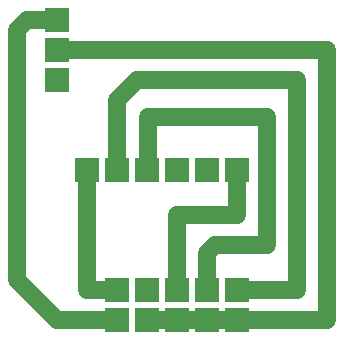
<source format=gbr>
G04 PROTEUS RS274X GERBER FILE*
%FSLAX24Y24*%
%MOIN*%
%ADD10C,0.0600*%
%ADD11R,0.0800X0.0800*%
G54D10*
X-9000Y+6000D02*
X-9000Y+2000D01*
X-8000Y+2000D01*
X-4000Y+1000D02*
X-1000Y+1000D01*
X-1000Y+10000D01*
X-10000Y+10000D01*
X-4000Y+1000D02*
X-5000Y+1000D01*
X-6000Y+1000D01*
X-7000Y+1000D01*
X-4000Y+2000D02*
X-2000Y+2000D01*
X-2000Y+9000D01*
X-7338Y+9000D01*
X-8017Y+8321D01*
X-8017Y+6017D01*
X-8000Y+6000D01*
X-6000Y+2000D02*
X-6000Y+4500D01*
X-4000Y+4500D01*
X-4000Y+6000D01*
X-5000Y+2000D02*
X-5000Y+3223D01*
X-4723Y+3500D01*
X-3005Y+3500D01*
X-3005Y+7750D01*
X-6982Y+7750D01*
X-6982Y+6017D01*
X-7000Y+6000D01*
X-8000Y+1000D02*
X-10000Y+1000D01*
X-11327Y+2327D01*
X-11327Y+10672D01*
X-11000Y+11000D01*
X-10000Y+11000D01*
G54D11*
X-9000Y+6000D03*
X-8000Y+6000D03*
X-7000Y+6000D03*
X-6000Y+6000D03*
X-5000Y+6000D03*
X-4000Y+6000D03*
X-10000Y+11000D03*
X-10000Y+10000D03*
X-10000Y+9000D03*
X-8000Y+2000D03*
X-7000Y+2000D03*
X-6000Y+2000D03*
X-5000Y+2000D03*
X-4000Y+2000D03*
X-4000Y+1000D03*
X-5000Y+1000D03*
X-6000Y+1000D03*
X-7000Y+1000D03*
X-8000Y+1000D03*
M00*

</source>
